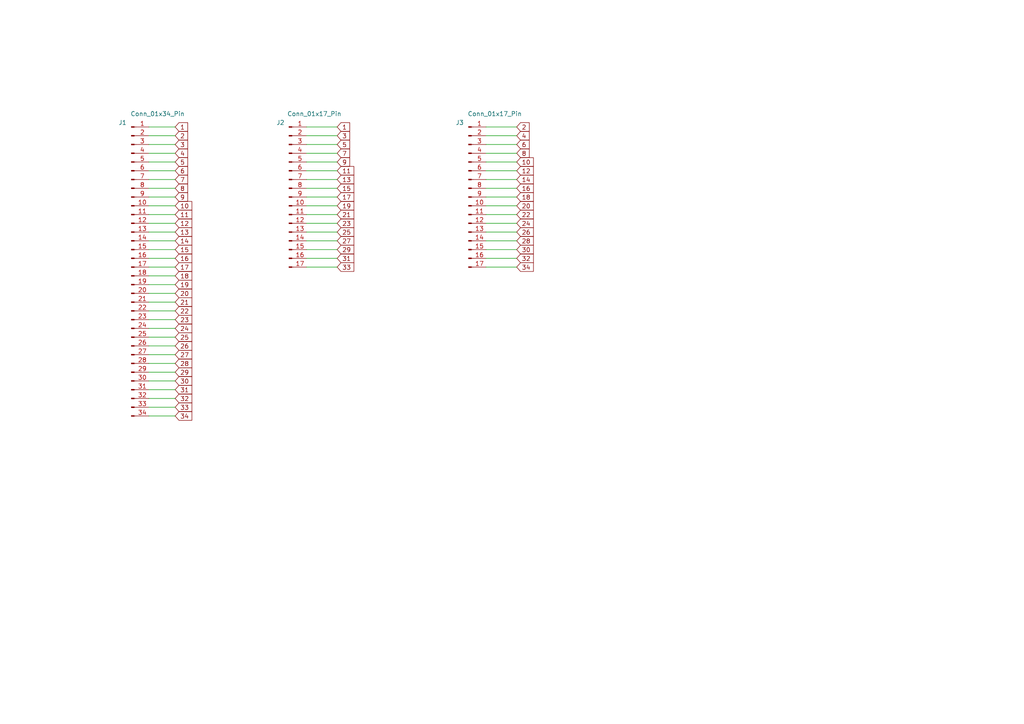
<source format=kicad_sch>
(kicad_sch (version 20230121) (generator eeschema)
  (paper "A4")
  (title_block (title "34pin. Header Breakout Board") (date "2023-09-25") (rev "1"))
  (lib_symbols
    (symbol "Connector:Conn_01x17_Pin" (pin_names (offset 1.016) hide)
      (property "Reference" "J" (at 0 22.86 0))
      (property "Value" "Conn_01x17_Pin" (at 0 -22.86 0))
      (symbol "Conn_01x17_Pin_1_1"
        (polyline (pts (xy 1.27 -20.32) (xy 0.8636 -20.32)) (stroke (width 0.1524)))
        (polyline (pts (xy 1.27 -17.78) (xy 0.8636 -17.78)) (stroke (width 0.1524)))
        (polyline (pts (xy 1.27 -15.24) (xy 0.8636 -15.24)) (stroke (width 0.1524)))
        (polyline (pts (xy 1.27 -12.7) (xy 0.8636 -12.7)) (stroke (width 0.1524)))
        (polyline (pts (xy 1.27 -10.16) (xy 0.8636 -10.16)) (stroke (width 0.1524)))
        (polyline (pts (xy 1.27 -7.62) (xy 0.8636 -7.62)) (stroke (width 0.1524)))
        (polyline (pts (xy 1.27 -5.08) (xy 0.8636 -5.08)) (stroke (width 0.1524)))
        (polyline (pts (xy 1.27 -2.54) (xy 0.8636 -2.54)) (stroke (width 0.1524)))
        (polyline (pts (xy 1.27 0) (xy 0.8636 0)) (stroke (width 0.1524)))
        (polyline (pts (xy 1.27 2.54) (xy 0.8636 2.54)) (stroke (width 0.1524)))
        (polyline (pts (xy 1.27 5.08) (xy 0.8636 5.08)) (stroke (width 0.1524)))
        (polyline (pts (xy 1.27 7.62) (xy 0.8636 7.62)) (stroke (width 0.1524)))
        (polyline (pts (xy 1.27 10.16) (xy 0.8636 10.16)) (stroke (width 0.1524)))
        (polyline (pts (xy 1.27 12.7) (xy 0.8636 12.7)) (stroke (width 0.1524)))
        (polyline (pts (xy 1.27 15.24) (xy 0.8636 15.24)) (stroke (width 0.1524)))
        (polyline (pts (xy 1.27 17.78) (xy 0.8636 17.78)) (stroke (width 0.1524)))
        (polyline (pts (xy 1.27 20.32) (xy 0.8636 20.32)) (stroke (width 0.1524)))
        (rectangle (start 0.8636 -20.193) (end 0 -20.447) (stroke (width 0.1524)) (fill (type outline)))
        (rectangle (start 0.8636 -17.653) (end 0 -17.907) (stroke (width 0.1524)) (fill (type outline)))
        (rectangle (start 0.8636 -15.113) (end 0 -15.367) (stroke (width 0.1524)) (fill (type outline)))
        (rectangle (start 0.8636 -12.573) (end 0 -12.827) (stroke (width 0.1524)) (fill (type outline)))
        (rectangle (start 0.8636 -10.033) (end 0 -10.287) (stroke (width 0.1524)) (fill (type outline)))
        (rectangle (start 0.8636 -7.493) (end 0 -7.747) (stroke (width 0.1524)) (fill (type outline)))
        (rectangle (start 0.8636 -4.953) (end 0 -5.207) (stroke (width 0.1524)) (fill (type outline)))
        (rectangle (start 0.8636 -2.413) (end 0 -2.667) (stroke (width 0.1524)) (fill (type outline)))
        (rectangle (start 0.8636 0.127) (end 0 -0.127) (stroke (width 0.1524)) (fill (type outline)))
        (rectangle (start 0.8636 2.667) (end 0 2.413) (stroke (width 0.1524)) (fill (type outline)))
        (rectangle (start 0.8636 5.207) (end 0 4.953) (stroke (width 0.1524)) (fill (type outline)))
        (rectangle (start 0.8636 7.747) (end 0 7.493) (stroke (width 0.1524)) (fill (type outline)))
        (rectangle (start 0.8636 10.287) (end 0 10.033) (stroke (width 0.1524)) (fill (type outline)))
        (rectangle (start 0.8636 12.827) (end 0 12.573) (stroke (width 0.1524)) (fill (type outline)))
        (rectangle (start 0.8636 15.367) (end 0 15.113) (stroke (width 0.1524)) (fill (type outline)))
        (rectangle (start 0.8636 17.907) (end 0 17.653) (stroke (width 0.1524)) (fill (type outline)))
        (rectangle (start 0.8636 20.447) (end 0 20.193) (stroke (width 0.1524)) (fill (type outline)))
        (pin passive line (at 5.08 20.32 180) (length 3.81) (name "Pin_1") (number "1"))
        (pin passive line (at 5.08 -2.54 180) (length 3.81) (name "Pin_10") (number "10"))
        (pin passive line (at 5.08 -5.08 180) (length 3.81) (name "Pin_11") (number "11"))
        (pin passive line (at 5.08 -7.62 180) (length 3.81) (name "Pin_12") (number "12"))
        (pin passive line (at 5.08 -10.16 180) (length 3.81) (name "Pin_13") (number "13"))
        (pin passive line (at 5.08 -12.7 180) (length 3.81) (name "Pin_14") (number "14"))
        (pin passive line (at 5.08 -15.24 180) (length 3.81) (name "Pin_15") (number "15"))
        (pin passive line (at 5.08 -17.78 180) (length 3.81) (name "Pin_16") (number "16"))
        (pin passive line (at 5.08 -20.32 180) (length 3.81) (name "Pin_17") (number "17"))
        (pin passive line (at 5.08 17.78 180) (length 3.81) (name "Pin_2") (number "2"))
        (pin passive line (at 5.08 15.24 180) (length 3.81) (name "Pin_3") (number "3"))
        (pin passive line (at 5.08 12.7 180) (length 3.81) (name "Pin_4") (number "4"))
        (pin passive line (at 5.08 10.16 180) (length 3.81) (name "Pin_5") (number "5"))
        (pin passive line (at 5.08 7.62 180) (length 3.81) (name "Pin_6") (number "6"))
        (pin passive line (at 5.08 5.08 180) (length 3.81) (name "Pin_7") (number "7"))
        (pin passive line (at 5.08 2.54 180) (length 3.81) (name "Pin_8") (number "8"))
        (pin passive line (at 5.08 0 180) (length 3.81) (name "Pin_9") (number "9"))
      )
    )
    (symbol "Connector:Conn_01x34_Pin" (pin_names (offset 1.016) hide)
      (property "Reference" "J" (at 0 43.18 0))
      (property "Value" "Conn_01x34_Pin" (at 0 -45.72 0))
      (symbol "Conn_01x34_Pin_1_1"
        (polyline (pts (xy 1.27 -43.18) (xy 0.8636 -43.18)) (stroke (width 0.1524)))
        (polyline (pts (xy 1.27 -40.64) (xy 0.8636 -40.64)) (stroke (width 0.1524)))
        (polyline (pts (xy 1.27 -38.1) (xy 0.8636 -38.1)) (stroke (width 0.1524)))
        (polyline (pts (xy 1.27 -35.56) (xy 0.8636 -35.56)) (stroke (width 0.1524)))
        (polyline (pts (xy 1.27 -33.02) (xy 0.8636 -33.02)) (stroke (width 0.1524)))
        (polyline (pts (xy 1.27 -30.48) (xy 0.8636 -30.48)) (stroke (width 0.1524)))
        (polyline (pts (xy 1.27 -27.94) (xy 0.8636 -27.94)) (stroke (width 0.1524)))
        (polyline (pts (xy 1.27 -25.4) (xy 0.8636 -25.4)) (stroke (width 0.1524)))
        (polyline (pts (xy 1.27 -22.86) (xy 0.8636 -22.86)) (stroke (width 0.1524)))
        (polyline (pts (xy 1.27 -20.32) (xy 0.8636 -20.32)) (stroke (width 0.1524)))
        (polyline (pts (xy 1.27 -17.78) (xy 0.8636 -17.78)) (stroke (width 0.1524)))
        (polyline (pts (xy 1.27 -15.24) (xy 0.8636 -15.24)) (stroke (width 0.1524)))
        (polyline (pts (xy 1.27 -12.7) (xy 0.8636 -12.7)) (stroke (width 0.1524)))
        (polyline (pts (xy 1.27 -10.16) (xy 0.8636 -10.16)) (stroke (width 0.1524)))
        (polyline (pts (xy 1.27 -7.62) (xy 0.8636 -7.62)) (stroke (width 0.1524)))
        (polyline (pts (xy 1.27 -5.08) (xy 0.8636 -5.08)) (stroke (width 0.1524)))
        (polyline (pts (xy 1.27 -2.54) (xy 0.8636 -2.54)) (stroke (width 0.1524)))
        (polyline (pts (xy 1.27 0) (xy 0.8636 0)) (stroke (width 0.1524)))
        (polyline (pts (xy 1.27 2.54) (xy 0.8636 2.54)) (stroke (width 0.1524)))
        (polyline (pts (xy 1.27 5.08) (xy 0.8636 5.08)) (stroke (width 0.1524)))
        (polyline (pts (xy 1.27 7.62) (xy 0.8636 7.62)) (stroke (width 0.1524)))
        (polyline (pts (xy 1.27 10.16) (xy 0.8636 10.16)) (stroke (width 0.1524)))
        (polyline (pts (xy 1.27 12.7) (xy 0.8636 12.7)) (stroke (width 0.1524)))
        (polyline (pts (xy 1.27 15.24) (xy 0.8636 15.24)) (stroke (width 0.1524)))
        (polyline (pts (xy 1.27 17.78) (xy 0.8636 17.78)) (stroke (width 0.1524)))
        (polyline (pts (xy 1.27 20.32) (xy 0.8636 20.32)) (stroke (width 0.1524)))
        (polyline (pts (xy 1.27 22.86) (xy 0.8636 22.86)) (stroke (width 0.1524)))
        (polyline (pts (xy 1.27 25.4) (xy 0.8636 25.4)) (stroke (width 0.1524)))
        (polyline (pts (xy 1.27 27.94) (xy 0.8636 27.94)) (stroke (width 0.1524)))
        (polyline (pts (xy 1.27 30.48) (xy 0.8636 30.48)) (stroke (width 0.1524)))
        (polyline (pts (xy 1.27 33.02) (xy 0.8636 33.02)) (stroke (width 0.1524)))
        (polyline (pts (xy 1.27 35.56) (xy 0.8636 35.56)) (stroke (width 0.1524)))
        (polyline (pts (xy 1.27 38.1) (xy 0.8636 38.1)) (stroke (width 0.1524)))
        (polyline (pts (xy 1.27 40.64) (xy 0.8636 40.64)) (stroke (width 0.1524)))
        (rectangle (start 0.8636 -43.053) (end 0 -43.307) (stroke (width 0.1524)) (fill (type outline)))
        (rectangle (start 0.8636 -40.513) (end 0 -40.767) (stroke (width 0.1524)) (fill (type outline)))
        (rectangle (start 0.8636 -37.973) (end 0 -38.227) (stroke (width 0.1524)) (fill (type outline)))
        (rectangle (start 0.8636 -35.433) (end 0 -35.687) (stroke (width 0.1524)) (fill (type outline)))
        (rectangle (start 0.8636 -32.893) (end 0 -33.147) (stroke (width 0.1524)) (fill (type outline)))
        (rectangle (start 0.8636 -30.353) (end 0 -30.607) (stroke (width 0.1524)) (fill (type outline)))
        (rectangle (start 0.8636 -27.813) (end 0 -28.067) (stroke (width 0.1524)) (fill (type outline)))
        (rectangle (start 0.8636 -25.273) (end 0 -25.527) (stroke (width 0.1524)) (fill (type outline)))
        (rectangle (start 0.8636 -22.733) (end 0 -22.987) (stroke (width 0.1524)) (fill (type outline)))
        (rectangle (start 0.8636 -20.193) (end 0 -20.447) (stroke (width 0.1524)) (fill (type outline)))
        (rectangle (start 0.8636 -17.653) (end 0 -17.907) (stroke (width 0.1524)) (fill (type outline)))
        (rectangle (start 0.8636 -15.113) (end 0 -15.367) (stroke (width 0.1524)) (fill (type outline)))
        (rectangle (start 0.8636 -12.573) (end 0 -12.827) (stroke (width 0.1524)) (fill (type outline)))
        (rectangle (start 0.8636 -10.033) (end 0 -10.287) (stroke (width 0.1524)) (fill (type outline)))
        (rectangle (start 0.8636 -7.493) (end 0 -7.747) (stroke (width 0.1524)) (fill (type outline)))
        (rectangle (start 0.8636 -4.953) (end 0 -5.207) (stroke (width 0.1524)) (fill (type outline)))
        (rectangle (start 0.8636 -2.413) (end 0 -2.667) (stroke (width 0.1524)) (fill (type outline)))
        (rectangle (start 0.8636 0.127) (end 0 -0.127) (stroke (width 0.1524)) (fill (type outline)))
        (rectangle (start 0.8636 2.667) (end 0 2.413) (stroke (width 0.1524)) (fill (type outline)))
        (rectangle (start 0.8636 5.207) (end 0 4.953) (stroke (width 0.1524)) (fill (type outline)))
        (rectangle (start 0.8636 7.747) (end 0 7.493) (stroke (width 0.1524)) (fill (type outline)))
        (rectangle (start 0.8636 10.287) (end 0 10.033) (stroke (width 0.1524)) (fill (type outline)))
        (rectangle (start 0.8636 12.827) (end 0 12.573) (stroke (width 0.1524)) (fill (type outline)))
        (rectangle (start 0.8636 15.367) (end 0 15.113) (stroke (width 0.1524)) (fill (type outline)))
        (rectangle (start 0.8636 17.907) (end 0 17.653) (stroke (width 0.1524)) (fill (type outline)))
        (rectangle (start 0.8636 20.447) (end 0 20.193) (stroke (width 0.1524)) (fill (type outline)))
        (rectangle (start 0.8636 22.987) (end 0 22.733) (stroke (width 0.1524)) (fill (type outline)))
        (rectangle (start 0.8636 25.527) (end 0 25.273) (stroke (width 0.1524)) (fill (type outline)))
        (rectangle (start 0.8636 28.067) (end 0 27.813) (stroke (width 0.1524)) (fill (type outline)))
        (rectangle (start 0.8636 30.607) (end 0 30.353) (stroke (width 0.1524)) (fill (type outline)))
        (rectangle (start 0.8636 33.147) (end 0 32.893) (stroke (width 0.1524)) (fill (type outline)))
        (rectangle (start 0.8636 35.687) (end 0 35.433) (stroke (width 0.1524)) (fill (type outline)))
        (rectangle (start 0.8636 38.227) (end 0 37.973) (stroke (width 0.1524)) (fill (type outline)))
        (rectangle (start 0.8636 40.767) (end 0 40.513) (stroke (width 0.1524)) (fill (type outline)))
        (pin passive line (at 5.08 40.64 180) (length 3.81) (name "Pin_1") (number "1"))
        (pin passive line (at 5.08 17.78 180) (length 3.81) (name "Pin_10") (number "10"))
        (pin passive line (at 5.08 15.24 180) (length 3.81) (name "Pin_11") (number "11"))
        (pin passive line (at 5.08 12.7 180) (length 3.81) (name "Pin_12") (number "12"))
        (pin passive line (at 5.08 10.16 180) (length 3.81) (name "Pin_13") (number "13"))
        (pin passive line (at 5.08 7.62 180) (length 3.81) (name "Pin_14") (number "14"))
        (pin passive line (at 5.08 5.08 180) (length 3.81) (name "Pin_15") (number "15"))
        (pin passive line (at 5.08 2.54 180) (length 3.81) (name "Pin_16") (number "16"))
        (pin passive line (at 5.08 0 180) (length 3.81) (name "Pin_17") (number "17"))
        (pin passive line (at 5.08 -2.54 180) (length 3.81) (name "Pin_18") (number "18"))
        (pin passive line (at 5.08 -5.08 180) (length 3.81) (name "Pin_19") (number "19"))
        (pin passive line (at 5.08 38.1 180) (length 3.81) (name "Pin_2") (number "2"))
        (pin passive line (at 5.08 -7.62 180) (length 3.81) (name "Pin_20") (number "20"))
        (pin passive line (at 5.08 -10.16 180) (length 3.81) (name "Pin_21") (number "21"))
        (pin passive line (at 5.08 -12.7 180) (length 3.81) (name "Pin_22") (number "22"))
        (pin passive line (at 5.08 -15.24 180) (length 3.81) (name "Pin_23") (number "23"))
        (pin passive line (at 5.08 -17.78 180) (length 3.81) (name "Pin_24") (number "24"))
        (pin passive line (at 5.08 -20.32 180) (length 3.81) (name "Pin_25") (number "25"))
        (pin passive line (at 5.08 -22.86 180) (length 3.81) (name "Pin_26") (number "26"))
        (pin passive line (at 5.08 -25.4 180) (length 3.81) (name "Pin_27") (number "27"))
        (pin passive line (at 5.08 -27.94 180) (length 3.81) (name "Pin_28") (number "28"))
        (pin passive line (at 5.08 -30.48 180) (length 3.81) (name "Pin_29") (number "29"))
        (pin passive line (at 5.08 35.56 180) (length 3.81) (name "Pin_3") (number "3"))
        (pin passive line (at 5.08 -33.02 180) (length 3.81) (name "Pin_30") (number "30"))
        (pin passive line (at 5.08 -35.56 180) (length 3.81) (name "Pin_31") (number "31"))
        (pin passive line (at 5.08 -38.1 180) (length 3.81) (name "Pin_32") (number "32"))
        (pin passive line (at 5.08 -40.64 180) (length 3.81) (name "Pin_33") (number "33"))
        (pin passive line (at 5.08 -43.18 180) (length 3.81) (name "Pin_34") (number "34"))
        (pin passive line (at 5.08 33.02 180) (length 3.81) (name "Pin_4") (number "4"))
        (pin passive line (at 5.08 30.48 180) (length 3.81) (name "Pin_5") (number "5"))
        (pin passive line (at 5.08 27.94 180) (length 3.81) (name "Pin_6") (number "6"))
        (pin passive line (at 5.08 25.4 180) (length 3.81) (name "Pin_7") (number "7"))
        (pin passive line (at 5.08 22.86 180) (length 3.81) (name "Pin_8") (number "8"))
        (pin passive line (at 5.08 20.32 180) (length 3.81) (name "Pin_9") (number "9"))
      )
    )
  )
  (wire (pts (xy 43.18 113.03) (xy 50.8 113.03)))
  (wire (pts (xy 140.97 64.77) (xy 149.86 64.77)))
  (wire (pts (xy 43.18 64.77) (xy 50.8 64.77)))
  (wire (pts (xy 88.9 59.69) (xy 97.79 59.69)))
  (wire (pts (xy 88.9 62.23) (xy 97.79 62.23)))
  (wire (pts (xy 43.18 52.07) (xy 50.8 52.07)))
  (wire (pts (xy 140.97 44.45) (xy 149.86 44.45)))
  (wire (pts (xy 140.97 62.23) (xy 149.86 62.23)))
  (wire (pts (xy 88.9 72.39) (xy 97.79 72.39)))
  (wire (pts (xy 88.9 69.85) (xy 97.79 69.85)))
  (wire (pts (xy 88.9 64.77) (xy 97.79 64.77)))
  (wire (pts (xy 43.18 90.17) (xy 50.8 90.17)))
  (wire (pts (xy 140.97 39.37) (xy 149.86 39.37)))
  (wire (pts (xy 88.9 67.31) (xy 97.79 67.31)))
  (wire (pts (xy 88.9 36.83) (xy 97.79 36.83)))
  (wire (pts (xy 88.9 74.93) (xy 97.79 74.93)))
  (wire (pts (xy 140.97 46.99) (xy 149.86 46.99)))
  (wire (pts (xy 140.97 77.47) (xy 149.86 77.47)))
  (wire (pts (xy 43.18 69.85) (xy 50.8 69.85)))
  (wire (pts (xy 43.18 97.79) (xy 50.8 97.79)))
  (wire (pts (xy 43.18 100.33) (xy 50.8 100.33)))
  (wire (pts (xy 43.18 115.57) (xy 50.8 115.57)))
  (wire (pts (xy 43.18 77.47) (xy 50.8 77.47)))
  (wire (pts (xy 88.9 39.37) (xy 97.79 39.37)))
  (wire (pts (xy 140.97 69.85) (xy 149.86 69.85)))
  (wire (pts (xy 140.97 72.39) (xy 149.86 72.39)))
  (wire (pts (xy 88.9 46.99) (xy 97.79 46.99)))
  (wire (pts (xy 88.9 49.53) (xy 97.79 49.53)))
  (wire (pts (xy 88.9 54.61) (xy 97.79 54.61)))
  (wire (pts (xy 43.18 57.15) (xy 50.8 57.15)))
  (wire (pts (xy 43.18 92.71) (xy 50.8 92.71)))
  (wire (pts (xy 43.18 46.99) (xy 50.8 46.99)))
  (wire (pts (xy 43.18 85.09) (xy 50.8 85.09)))
  (wire (pts (xy 140.97 36.83) (xy 149.86 36.83)))
  (wire (pts (xy 140.97 52.07) (xy 149.86 52.07)))
  (wire (pts (xy 43.18 87.63) (xy 50.8 87.63)))
  (wire (pts (xy 43.18 62.23) (xy 50.8 62.23)))
  (wire (pts (xy 140.97 41.91) (xy 149.86 41.91)))
  (wire (pts (xy 43.18 110.49) (xy 50.8 110.49)))
  (wire (pts (xy 43.18 107.95) (xy 50.8 107.95)))
  (wire (pts (xy 140.97 67.31) (xy 149.86 67.31)))
  (wire (pts (xy 140.97 59.69) (xy 149.86 59.69)))
  (wire (pts (xy 43.18 80.01) (xy 50.8 80.01)))
  (wire (pts (xy 43.18 41.91) (xy 50.8 41.91)))
  (wire (pts (xy 43.18 102.87) (xy 50.8 102.87)))
  (wire (pts (xy 43.18 54.61) (xy 50.8 54.61)))
  (wire (pts (xy 43.18 72.39) (xy 50.8 72.39)))
  (wire (pts (xy 140.97 57.15) (xy 149.86 57.15)))
  (wire (pts (xy 43.18 44.45) (xy 50.8 44.45)))
  (wire (pts (xy 43.18 39.37) (xy 50.8 39.37)))
  (wire (pts (xy 43.18 36.83) (xy 50.8 36.83)))
  (wire (pts (xy 43.18 74.93) (xy 50.8 74.93)))
  (wire (pts (xy 43.18 67.31) (xy 50.8 67.31)))
  (wire (pts (xy 43.18 95.25) (xy 50.8 95.25)))
  (wire (pts (xy 140.97 54.61) (xy 149.86 54.61)))
  (wire (pts (xy 88.9 52.07) (xy 97.79 52.07)))
  (wire (pts (xy 140.97 49.53) (xy 149.86 49.53)))
  (wire (pts (xy 88.9 41.91) (xy 97.79 41.91)))
  (wire (pts (xy 43.18 105.41) (xy 50.8 105.41)))
  (wire (pts (xy 88.9 44.45) (xy 97.79 44.45)))
  (wire (pts (xy 43.18 82.55) (xy 50.8 82.55)))
  (wire (pts (xy 43.18 49.53) (xy 50.8 49.53)))
  (wire (pts (xy 88.9 77.47) (xy 97.79 77.47)))
  (wire (pts (xy 43.18 120.65) (xy 50.8 120.65)))
  (wire (pts (xy 140.97 74.93) (xy 149.86 74.93)))
  (wire (pts (xy 43.18 59.69) (xy 50.8 59.69)))
  (wire (pts (xy 43.18 118.11) (xy 50.8 118.11)))
  (wire (pts (xy 88.9 57.15) (xy 97.79 57.15)))
  (global_label "16" (shape input) (at 149.86 54.61 0) (property "Intersheetrefs" "${INTERSHEET_REFS}" (effects hide)))
  (global_label "1" (shape input) (at 50.8 36.83 0) (property "Intersheetrefs" "${INTERSHEET_REFS}" (effects hide)))
  (global_label "33" (shape input) (at 97.79 77.47 0) (property "Intersheetrefs" "${INTERSHEET_REFS}" (effects hide)))
  (global_label "11" (shape input) (at 97.79 49.53 0) (property "Intersheetrefs" "${INTERSHEET_REFS}" (effects hide)))
  (global_label "1" (shape input) (at 97.79 36.83 0) (property "Intersheetrefs" "${INTERSHEET_REFS}" (effects hide)))
  (global_label "2" (shape input) (at 149.86 36.83 0) (property "Intersheetrefs" "${INTERSHEET_REFS}" (effects hide)))
  (global_label "27" (shape input) (at 50.8 102.87 0) (property "Intersheetrefs" "${INTERSHEET_REFS}" (effects hide)))
  (global_label "21" (shape input) (at 50.8 87.63 0) (property "Intersheetrefs" "${INTERSHEET_REFS}" (effects hide)))
  (global_label "13" (shape input) (at 97.79 52.07 0) (property "Intersheetrefs" "${INTERSHEET_REFS}" (effects hide)))
  (global_label "7" (shape input) (at 50.8 52.07 0) (property "Intersheetrefs" "${INTERSHEET_REFS}" (effects hide)))
  (global_label "15" (shape input) (at 97.79 54.61 0) (property "Intersheetrefs" "${INTERSHEET_REFS}" (effects hide)))
  (global_label "15" (shape input) (at 50.8 72.39 0) (property "Intersheetrefs" "${INTERSHEET_REFS}" (effects hide)))
  (global_label "4" (shape input) (at 50.8 44.45 0) (property "Intersheetrefs" "${INTERSHEET_REFS}" (effects hide)))
  (global_label "30" (shape input) (at 149.86 72.39 0) (property "Intersheetrefs" "${INTERSHEET_REFS}" (effects hide)))
  (global_label "8" (shape input) (at 149.86 44.45 0) (property "Intersheetrefs" "${INTERSHEET_REFS}" (effects hide)))
  (global_label "23" (shape input) (at 50.8 92.71 0) (property "Intersheetrefs" "${INTERSHEET_REFS}" (effects hide)))
  (global_label "29" (shape input) (at 50.8 107.95 0) (property "Intersheetrefs" "${INTERSHEET_REFS}" (effects hide)))
  (global_label "20" (shape input) (at 50.8 85.09 0) (property "Intersheetrefs" "${INTERSHEET_REFS}" (effects hide)))
  (global_label "32" (shape input) (at 149.86 74.93 0) (property "Intersheetrefs" "${INTERSHEET_REFS}" (effects hide)))
  (global_label "2" (shape input) (at 50.8 39.37 0) (property "Intersheetrefs" "${INTERSHEET_REFS}" (effects hide)))
  (global_label "17" (shape input) (at 50.8 77.47 0) (property "Intersheetrefs" "${INTERSHEET_REFS}" (effects hide)))
  (global_label "33" (shape input) (at 50.8 118.11 0) (property "Intersheetrefs" "${INTERSHEET_REFS}" (effects hide)))
  (global_label "19" (shape input) (at 97.79 59.69 0) (property "Intersheetrefs" "${INTERSHEET_REFS}" (effects hide)))
  (global_label "31" (shape input) (at 50.8 113.03 0) (property "Intersheetrefs" "${INTERSHEET_REFS}" (effects hide)))
  (global_label "11" (shape input) (at 50.8 62.23 0) (property "Intersheetrefs" "${INTERSHEET_REFS}" (effects hide)))
  (global_label "25" (shape input) (at 50.8 97.79 0) (property "Intersheetrefs" "${INTERSHEET_REFS}" (effects hide)))
  (global_label "24" (shape input) (at 50.8 95.25 0) (property "Intersheetrefs" "${INTERSHEET_REFS}" (effects hide)))
  (global_label "23" (shape input) (at 97.79 64.77 0) (property "Intersheetrefs" "${INTERSHEET_REFS}" (effects hide)))
  (global_label "9" (shape input) (at 97.79 46.99 0) (property "Intersheetrefs" "${INTERSHEET_REFS}" (effects hide)))
  (global_label "7" (shape input) (at 97.79 44.45 0) (property "Intersheetrefs" "${INTERSHEET_REFS}" (effects hide)))
  (global_label "6" (shape input) (at 149.86 41.91 0) (property "Intersheetrefs" "${INTERSHEET_REFS}" (effects hide)))
  (global_label "5" (shape input) (at 50.8 46.99 0) (property "Intersheetrefs" "${INTERSHEET_REFS}" (effects hide)))
  (global_label "3" (shape input) (at 97.79 39.37 0) (property "Intersheetrefs" "${INTERSHEET_REFS}" (effects hide)))
  (global_label "13" (shape input) (at 50.8 67.31 0) (property "Intersheetrefs" "${INTERSHEET_REFS}" (effects hide)))
  (global_label "4" (shape input) (at 149.86 39.37 0) (property "Intersheetrefs" "${INTERSHEET_REFS}" (effects hide)))
  (global_label "27" (shape input) (at 97.79 69.85 0) (property "Intersheetrefs" "${INTERSHEET_REFS}" (effects hide)))
  (global_label "18" (shape input) (at 149.86 57.15 0) (property "Intersheetrefs" "${INTERSHEET_REFS}" (effects hide)))
  (global_label "34" (shape input) (at 50.8 120.65 0) (property "Intersheetrefs" "${INTERSHEET_REFS}" (effects hide)))
  (global_label "9" (shape input) (at 50.8 57.15 0) (property "Intersheetrefs" "${INTERSHEET_REFS}" (effects hide)))
  (global_label "30" (shape input) (at 50.8 110.49 0) (property "Intersheetrefs" "${INTERSHEET_REFS}" (effects hide)))
  (global_label "17" (shape input) (at 97.79 57.15 0) (property "Intersheetrefs" "${INTERSHEET_REFS}" (effects hide)))
  (global_label "31" (shape input) (at 97.79 74.93 0) (property "Intersheetrefs" "${INTERSHEET_REFS}" (effects hide)))
  (global_label "6" (shape input) (at 50.8 49.53 0) (property "Intersheetrefs" "${INTERSHEET_REFS}" (effects hide)))
  (global_label "5" (shape input) (at 97.79 41.91 0) (property "Intersheetrefs" "${INTERSHEET_REFS}" (effects hide)))
  (global_label "20" (shape input) (at 149.86 59.69 0) (property "Intersheetrefs" "${INTERSHEET_REFS}" (effects hide)))
  (global_label "22" (shape input) (at 149.86 62.23 0) (property "Intersheetrefs" "${INTERSHEET_REFS}" (effects hide)))
  (global_label "12" (shape input) (at 149.86 49.53 0) (property "Intersheetrefs" "${INTERSHEET_REFS}" (effects hide)))
  (global_label "24" (shape input) (at 149.86 64.77 0) (property "Intersheetrefs" "${INTERSHEET_REFS}" (effects hide)))
  (global_label "22" (shape input) (at 50.8 90.17 0) (property "Intersheetrefs" "${INTERSHEET_REFS}" (effects hide)))
  (global_label "12" (shape input) (at 50.8 64.77 0) (property "Intersheetrefs" "${INTERSHEET_REFS}" (effects hide)))
  (global_label "18" (shape input) (at 50.8 80.01 0) (property "Intersheetrefs" "${INTERSHEET_REFS}" (effects hide)))
  (global_label "19" (shape input) (at 50.8 82.55 0) (property "Intersheetrefs" "${INTERSHEET_REFS}" (effects hide)))
  (global_label "21" (shape input) (at 97.79 62.23 0) (property "Intersheetrefs" "${INTERSHEET_REFS}" (effects hide)))
  (global_label "28" (shape input) (at 50.8 105.41 0) (property "Intersheetrefs" "${INTERSHEET_REFS}" (effects hide)))
  (global_label "29" (shape input) (at 97.79 72.39 0) (property "Intersheetrefs" "${INTERSHEET_REFS}" (effects hide)))
  (global_label "10" (shape input) (at 149.86 46.99 0) (property "Intersheetrefs" "${INTERSHEET_REFS}" (effects hide)))
  (global_label "8" (shape input) (at 50.8 54.61 0) (property "Intersheetrefs" "${INTERSHEET_REFS}" (effects hide)))
  (global_label "14" (shape input) (at 50.8 69.85 0) (property "Intersheetrefs" "${INTERSHEET_REFS}" (effects hide)))
  (global_label "3" (shape input) (at 50.8 41.91 0) (property "Intersheetrefs" "${INTERSHEET_REFS}" (effects hide)))
  (global_label "34" (shape input) (at 149.86 77.47 0) (property "Intersheetrefs" "${INTERSHEET_REFS}" (effects hide)))
  (global_label "16" (shape input) (at 50.8 74.93 0) (property "Intersheetrefs" "${INTERSHEET_REFS}" (effects hide)))
  (global_label "28" (shape input) (at 149.86 69.85 0) (property "Intersheetrefs" "${INTERSHEET_REFS}" (effects hide)))
  (global_label "32" (shape input) (at 50.8 115.57 0) (property "Intersheetrefs" "${INTERSHEET_REFS}" (effects hide)))
  (global_label "26" (shape input) (at 149.86 67.31 0) (property "Intersheetrefs" "${INTERSHEET_REFS}" (effects hide)))
  (global_label "10" (shape input) (at 50.8 59.69 0) (property "Intersheetrefs" "${INTERSHEET_REFS}" (effects hide)))
  (global_label "14" (shape input) (at 149.86 52.07 0) (property "Intersheetrefs" "${INTERSHEET_REFS}" (effects hide)))
  (global_label "26" (shape input) (at 50.8 100.33 0) (property "Intersheetrefs" "${INTERSHEET_REFS}" (effects hide)))
  (global_label "25" (shape input) (at 97.79 67.31 0) (property "Intersheetrefs" "${INTERSHEET_REFS}" (effects hide)))
  (symbol (lib_id "Connector:Conn_01x17_Pin") (at 83.82 57.15 0) (unit 1)
    (property "Reference" "J2" (at 82.55 35.56 0) (effects (justify right)))
    (property "Value" "Conn_01x17_Pin" (at 99.06 33.02 0) (effects (justify right)))
    (property "Footprint" "Connector_PinHeader_2.54mm:PinHeader_1x17_P2.54mm_Vertical" (effects hide))
  )
  (symbol (lib_id "Connector:Conn_01x17_Pin") (at 135.89 57.15 0) (unit 1)
    (property "Reference" "J3" (at 133.35 35.56 0))
    (property "Value" "Conn_01x17_Pin" (at 143.51 33.02 0))
    (property "Footprint" "Connector_PinHeader_2.54mm:PinHeader_1x17_P2.54mm_Vertical" (effects hide))
  )
  (symbol (lib_id "Connector:Conn_01x34_Pin") (at 38.1 77.47 0) (unit 1)
    (property "Reference" "J1" (at 35.56 35.56 0))
    (property "Value" "Conn_01x34_Pin" (at 45.72 33.02 0))
    (property "Footprint" "Connector_PinHeader_2.54mm:PinHeader_2x17_P2.54mm_Vertical" (effects hide))
  )
)
</source>
